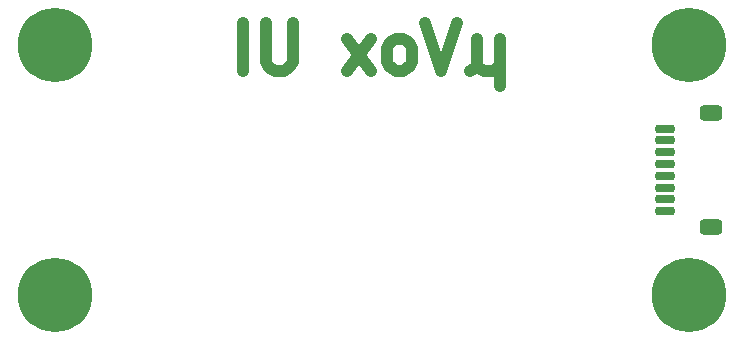
<source format=gbr>
G04 #@! TF.GenerationSoftware,KiCad,Pcbnew,(6.0.1-0)*
G04 #@! TF.CreationDate,2022-02-08T22:38:28+01:00*
G04 #@! TF.ProjectId,U:I WS,553a4920-5753-42e6-9b69-6361645f7063,rev?*
G04 #@! TF.SameCoordinates,Original*
G04 #@! TF.FileFunction,Soldermask,Bot*
G04 #@! TF.FilePolarity,Negative*
%FSLAX46Y46*%
G04 Gerber Fmt 4.6, Leading zero omitted, Abs format (unit mm)*
G04 Created by KiCad (PCBNEW (6.0.1-0)) date 2022-02-08 22:38:28*
%MOMM*%
%LPD*%
G01*
G04 APERTURE LIST*
G04 Aperture macros list*
%AMRoundRect*
0 Rectangle with rounded corners*
0 $1 Rounding radius*
0 $2 $3 $4 $5 $6 $7 $8 $9 X,Y pos of 4 corners*
0 Add a 4 corners polygon primitive as box body*
4,1,4,$2,$3,$4,$5,$6,$7,$8,$9,$2,$3,0*
0 Add four circle primitives for the rounded corners*
1,1,$1+$1,$2,$3*
1,1,$1+$1,$4,$5*
1,1,$1+$1,$6,$7*
1,1,$1+$1,$8,$9*
0 Add four rect primitives between the rounded corners*
20,1,$1+$1,$2,$3,$4,$5,0*
20,1,$1+$1,$4,$5,$6,$7,0*
20,1,$1+$1,$6,$7,$8,$9,0*
20,1,$1+$1,$8,$9,$2,$3,0*%
G04 Aperture macros list end*
%ADD10C,1.000000*%
%ADD11C,6.302000*%
%ADD12RoundRect,0.201000X-0.625000X0.150000X-0.625000X-0.150000X0.625000X-0.150000X0.625000X0.150000X0*%
%ADD13RoundRect,0.300600X-0.650400X0.350400X-0.650400X-0.350400X0.650400X-0.350400X0.650400X0.350400X0*%
G04 APERTURE END LIST*
D10*
X83407142Y-58792857D02*
X83407142Y-62792857D01*
X81502380Y-60888095D02*
X81311904Y-61269047D01*
X80930952Y-61459523D01*
X83407142Y-60888095D02*
X83216666Y-61269047D01*
X82835714Y-61459523D01*
X82073809Y-61459523D01*
X81692857Y-61269047D01*
X81502380Y-60888095D01*
X81502380Y-58792857D01*
X79788095Y-57459523D02*
X78454761Y-61459523D01*
X77121428Y-57459523D01*
X75216666Y-61459523D02*
X75597619Y-61269047D01*
X75788095Y-61078571D01*
X75978571Y-60697619D01*
X75978571Y-59554761D01*
X75788095Y-59173809D01*
X75597619Y-58983333D01*
X75216666Y-58792857D01*
X74645238Y-58792857D01*
X74264285Y-58983333D01*
X74073809Y-59173809D01*
X73883333Y-59554761D01*
X73883333Y-60697619D01*
X74073809Y-61078571D01*
X74264285Y-61269047D01*
X74645238Y-61459523D01*
X75216666Y-61459523D01*
X72550000Y-61459523D02*
X70454761Y-58792857D01*
X72550000Y-58792857D02*
X70454761Y-61459523D01*
X65883333Y-57459523D02*
X65883333Y-60697619D01*
X65692857Y-61078571D01*
X65502380Y-61269047D01*
X65121428Y-61459523D01*
X64359523Y-61459523D01*
X63978571Y-61269047D01*
X63788095Y-61078571D01*
X63597619Y-60697619D01*
X63597619Y-57459523D01*
X61692857Y-61459523D02*
X61692857Y-57459523D01*
X83407142Y-58792857D02*
X83407142Y-62792857D01*
X81502380Y-60888095D02*
X81311904Y-61269047D01*
X80930952Y-61459523D01*
X83407142Y-60888095D02*
X83216666Y-61269047D01*
X82835714Y-61459523D01*
X82073809Y-61459523D01*
X81692857Y-61269047D01*
X81502380Y-60888095D01*
X81502380Y-58792857D01*
X79788095Y-57459523D02*
X78454761Y-61459523D01*
X77121428Y-57459523D01*
X75216666Y-61459523D02*
X75597619Y-61269047D01*
X75788095Y-61078571D01*
X75978571Y-60697619D01*
X75978571Y-59554761D01*
X75788095Y-59173809D01*
X75597619Y-58983333D01*
X75216666Y-58792857D01*
X74645238Y-58792857D01*
X74264285Y-58983333D01*
X74073809Y-59173809D01*
X73883333Y-59554761D01*
X73883333Y-60697619D01*
X74073809Y-61078571D01*
X74264285Y-61269047D01*
X74645238Y-61459523D01*
X75216666Y-61459523D01*
X72550000Y-61459523D02*
X70454761Y-58792857D01*
X72550000Y-58792857D02*
X70454761Y-61459523D01*
X65883333Y-57459523D02*
X65883333Y-60697619D01*
X65692857Y-61078571D01*
X65502380Y-61269047D01*
X65121428Y-61459523D01*
X64359523Y-61459523D01*
X63978571Y-61269047D01*
X63788095Y-61078571D01*
X63597619Y-60697619D01*
X63597619Y-57459523D01*
X61692857Y-61459523D02*
X61692857Y-57459523D01*
D11*
X99450000Y-59300000D03*
X99450000Y-80429366D03*
X45759366Y-59300000D03*
X45759366Y-80429366D03*
D12*
X97450000Y-66364683D03*
X97450000Y-67364683D03*
X97450000Y-68364683D03*
X97450000Y-69364683D03*
X97450000Y-70364683D03*
X97450000Y-71364683D03*
X97450000Y-72364683D03*
X97450000Y-73364683D03*
D13*
X101325000Y-65064683D03*
X101325000Y-74664683D03*
M02*

</source>
